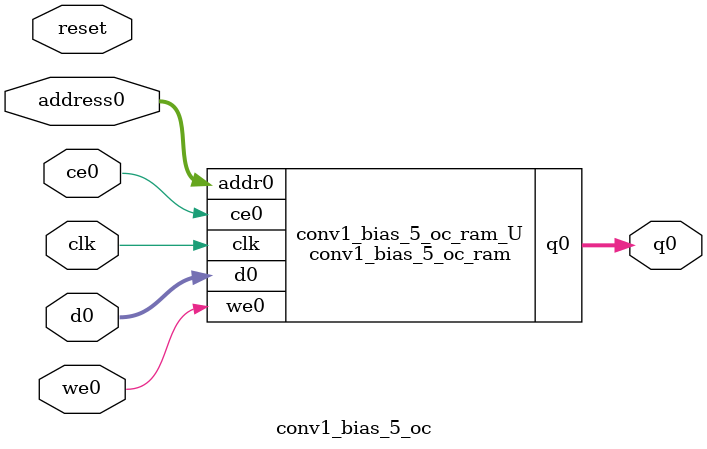
<source format=v>

`timescale 1 ns / 1 ps
module conv1_bias_5_oc_ram (addr0, ce0, d0, we0, q0,  clk);

parameter DWIDTH = 32;
parameter AWIDTH = 7;
parameter MEM_SIZE = 120;

input[AWIDTH-1:0] addr0;
input ce0;
input[DWIDTH-1:0] d0;
input we0;
output reg[DWIDTH-1:0] q0;
input clk;

(* ram_style = "block" *)reg [DWIDTH-1:0] ram[0:MEM_SIZE-1];




always @(posedge clk)  
begin 
    if (ce0) 
    begin
        if (we0) 
        begin 
            ram[addr0] <= d0; 
            q0 <= d0;
        end 
        else 
            q0 <= ram[addr0];
    end
end


endmodule


`timescale 1 ns / 1 ps
module conv1_bias_5_oc(
    reset,
    clk,
    address0,
    ce0,
    we0,
    d0,
    q0);

parameter DataWidth = 32'd32;
parameter AddressRange = 32'd120;
parameter AddressWidth = 32'd7;
input reset;
input clk;
input[AddressWidth - 1:0] address0;
input ce0;
input we0;
input[DataWidth - 1:0] d0;
output[DataWidth - 1:0] q0;



conv1_bias_5_oc_ram conv1_bias_5_oc_ram_U(
    .clk( clk ),
    .addr0( address0 ),
    .ce0( ce0 ),
    .we0( we0 ),
    .d0( d0 ),
    .q0( q0 ));

endmodule


</source>
